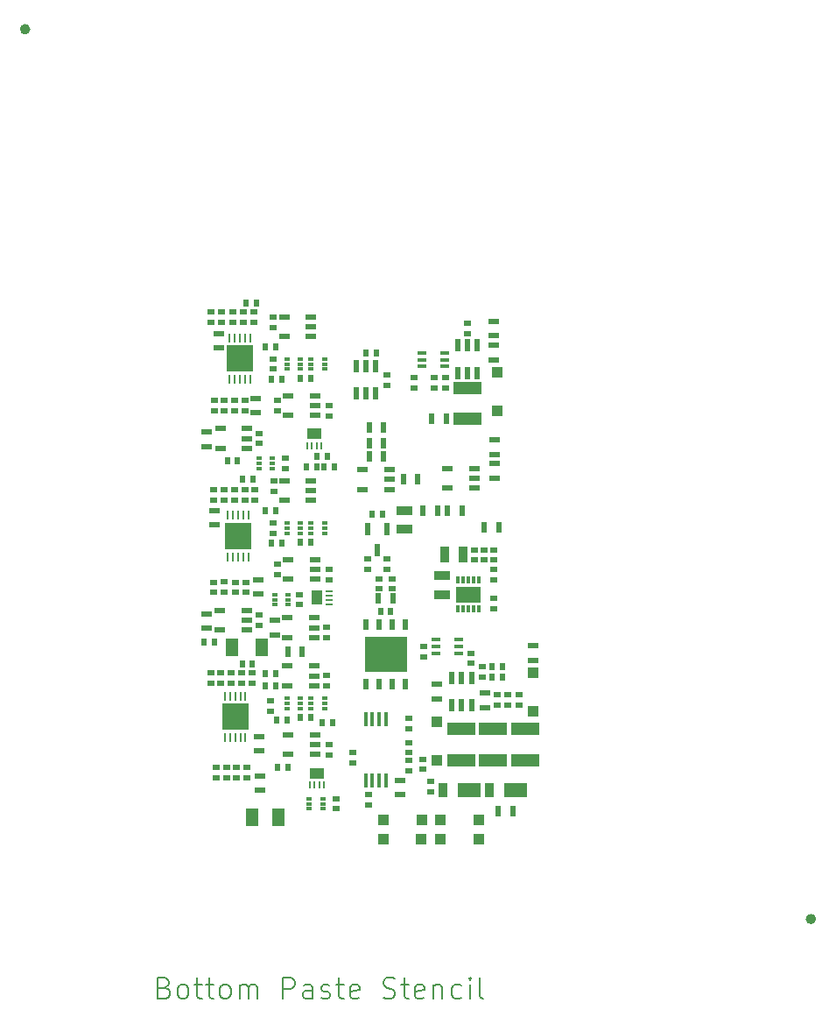
<source format=gbr>
%TF.GenerationSoftware,KiCad,Pcbnew,8.0.2*%
%TF.CreationDate,2024-10-13T20:58:57-05:00*%
%TF.ProjectId,PM1C_Rev_1_2,504d3143-5f52-4657-965f-315f322e6b69,1*%
%TF.SameCoordinates,PX297003ePY8770cd2*%
%TF.FileFunction,Paste,Bot*%
%TF.FilePolarity,Positive*%
%FSLAX46Y46*%
G04 Gerber Fmt 4.6, Leading zero omitted, Abs format (unit mm)*
G04 Created by KiCad (PCBNEW 8.0.2) date 2024-10-13 20:58:57*
%MOMM*%
%LPD*%
G01*
G04 APERTURE LIST*
%ADD10C,0.200000*%
%ADD11C,0.500000*%
%ADD12R,1.000000X0.600000*%
%ADD13R,0.750000X0.500000*%
%ADD14R,1.100000X1.100000*%
%ADD15R,0.600000X1.000000*%
%ADD16R,2.700000X1.150000*%
%ADD17R,1.550000X0.950000*%
%ADD18R,0.500000X0.750000*%
%ADD19R,0.500000X0.300000*%
%ADD20R,0.600000X1.250000*%
%ADD21R,1.200000X1.800000*%
%ADD22R,0.950000X1.550000*%
%ADD23R,0.250000X0.850000*%
%ADD24R,2.650000X2.650000*%
%ADD25R,0.600000X1.300000*%
%ADD26R,0.250000X0.700000*%
%ADD27R,1.350000X1.000000*%
%ADD28R,0.300000X0.675000*%
%ADD29R,2.400000X1.650000*%
%ADD30R,0.850000X0.350000*%
%ADD31R,2.200000X1.400000*%
%ADD32R,0.900000X1.400000*%
%ADD33R,1.270000X1.778000*%
%ADD34R,0.500000X1.100000*%
%ADD35R,4.100000X3.500000*%
%ADD36R,0.700000X0.250000*%
%ADD37R,1.000000X1.350000*%
%ADD38R,0.450000X1.450000*%
G04 APERTURE END LIST*
D10*
X17509035Y-2647519D02*
X17794749Y-2742757D01*
X17794749Y-2742757D02*
X17889987Y-2837995D01*
X17889987Y-2837995D02*
X17985225Y-3028471D01*
X17985225Y-3028471D02*
X17985225Y-3314185D01*
X17985225Y-3314185D02*
X17889987Y-3504661D01*
X17889987Y-3504661D02*
X17794749Y-3599900D01*
X17794749Y-3599900D02*
X17604273Y-3695138D01*
X17604273Y-3695138D02*
X16842368Y-3695138D01*
X16842368Y-3695138D02*
X16842368Y-1695138D01*
X16842368Y-1695138D02*
X17509035Y-1695138D01*
X17509035Y-1695138D02*
X17699511Y-1790376D01*
X17699511Y-1790376D02*
X17794749Y-1885614D01*
X17794749Y-1885614D02*
X17889987Y-2076090D01*
X17889987Y-2076090D02*
X17889987Y-2266566D01*
X17889987Y-2266566D02*
X17794749Y-2457042D01*
X17794749Y-2457042D02*
X17699511Y-2552280D01*
X17699511Y-2552280D02*
X17509035Y-2647519D01*
X17509035Y-2647519D02*
X16842368Y-2647519D01*
X19128082Y-3695138D02*
X18937606Y-3599900D01*
X18937606Y-3599900D02*
X18842368Y-3504661D01*
X18842368Y-3504661D02*
X18747130Y-3314185D01*
X18747130Y-3314185D02*
X18747130Y-2742757D01*
X18747130Y-2742757D02*
X18842368Y-2552280D01*
X18842368Y-2552280D02*
X18937606Y-2457042D01*
X18937606Y-2457042D02*
X19128082Y-2361804D01*
X19128082Y-2361804D02*
X19413797Y-2361804D01*
X19413797Y-2361804D02*
X19604273Y-2457042D01*
X19604273Y-2457042D02*
X19699511Y-2552280D01*
X19699511Y-2552280D02*
X19794749Y-2742757D01*
X19794749Y-2742757D02*
X19794749Y-3314185D01*
X19794749Y-3314185D02*
X19699511Y-3504661D01*
X19699511Y-3504661D02*
X19604273Y-3599900D01*
X19604273Y-3599900D02*
X19413797Y-3695138D01*
X19413797Y-3695138D02*
X19128082Y-3695138D01*
X20366178Y-2361804D02*
X21128082Y-2361804D01*
X20651892Y-1695138D02*
X20651892Y-3409423D01*
X20651892Y-3409423D02*
X20747130Y-3599900D01*
X20747130Y-3599900D02*
X20937606Y-3695138D01*
X20937606Y-3695138D02*
X21128082Y-3695138D01*
X21509035Y-2361804D02*
X22270939Y-2361804D01*
X21794749Y-1695138D02*
X21794749Y-3409423D01*
X21794749Y-3409423D02*
X21889987Y-3599900D01*
X21889987Y-3599900D02*
X22080463Y-3695138D01*
X22080463Y-3695138D02*
X22270939Y-3695138D01*
X23223320Y-3695138D02*
X23032844Y-3599900D01*
X23032844Y-3599900D02*
X22937606Y-3504661D01*
X22937606Y-3504661D02*
X22842368Y-3314185D01*
X22842368Y-3314185D02*
X22842368Y-2742757D01*
X22842368Y-2742757D02*
X22937606Y-2552280D01*
X22937606Y-2552280D02*
X23032844Y-2457042D01*
X23032844Y-2457042D02*
X23223320Y-2361804D01*
X23223320Y-2361804D02*
X23509035Y-2361804D01*
X23509035Y-2361804D02*
X23699511Y-2457042D01*
X23699511Y-2457042D02*
X23794749Y-2552280D01*
X23794749Y-2552280D02*
X23889987Y-2742757D01*
X23889987Y-2742757D02*
X23889987Y-3314185D01*
X23889987Y-3314185D02*
X23794749Y-3504661D01*
X23794749Y-3504661D02*
X23699511Y-3599900D01*
X23699511Y-3599900D02*
X23509035Y-3695138D01*
X23509035Y-3695138D02*
X23223320Y-3695138D01*
X24747130Y-3695138D02*
X24747130Y-2361804D01*
X24747130Y-2552280D02*
X24842368Y-2457042D01*
X24842368Y-2457042D02*
X25032844Y-2361804D01*
X25032844Y-2361804D02*
X25318559Y-2361804D01*
X25318559Y-2361804D02*
X25509035Y-2457042D01*
X25509035Y-2457042D02*
X25604273Y-2647519D01*
X25604273Y-2647519D02*
X25604273Y-3695138D01*
X25604273Y-2647519D02*
X25699511Y-2457042D01*
X25699511Y-2457042D02*
X25889987Y-2361804D01*
X25889987Y-2361804D02*
X26175701Y-2361804D01*
X26175701Y-2361804D02*
X26366178Y-2457042D01*
X26366178Y-2457042D02*
X26461416Y-2647519D01*
X26461416Y-2647519D02*
X26461416Y-3695138D01*
X28937607Y-3695138D02*
X28937607Y-1695138D01*
X28937607Y-1695138D02*
X29699512Y-1695138D01*
X29699512Y-1695138D02*
X29889988Y-1790376D01*
X29889988Y-1790376D02*
X29985226Y-1885614D01*
X29985226Y-1885614D02*
X30080464Y-2076090D01*
X30080464Y-2076090D02*
X30080464Y-2361804D01*
X30080464Y-2361804D02*
X29985226Y-2552280D01*
X29985226Y-2552280D02*
X29889988Y-2647519D01*
X29889988Y-2647519D02*
X29699512Y-2742757D01*
X29699512Y-2742757D02*
X28937607Y-2742757D01*
X31794750Y-3695138D02*
X31794750Y-2647519D01*
X31794750Y-2647519D02*
X31699512Y-2457042D01*
X31699512Y-2457042D02*
X31509036Y-2361804D01*
X31509036Y-2361804D02*
X31128083Y-2361804D01*
X31128083Y-2361804D02*
X30937607Y-2457042D01*
X31794750Y-3599900D02*
X31604274Y-3695138D01*
X31604274Y-3695138D02*
X31128083Y-3695138D01*
X31128083Y-3695138D02*
X30937607Y-3599900D01*
X30937607Y-3599900D02*
X30842369Y-3409423D01*
X30842369Y-3409423D02*
X30842369Y-3218947D01*
X30842369Y-3218947D02*
X30937607Y-3028471D01*
X30937607Y-3028471D02*
X31128083Y-2933233D01*
X31128083Y-2933233D02*
X31604274Y-2933233D01*
X31604274Y-2933233D02*
X31794750Y-2837995D01*
X32651893Y-3599900D02*
X32842369Y-3695138D01*
X32842369Y-3695138D02*
X33223321Y-3695138D01*
X33223321Y-3695138D02*
X33413798Y-3599900D01*
X33413798Y-3599900D02*
X33509036Y-3409423D01*
X33509036Y-3409423D02*
X33509036Y-3314185D01*
X33509036Y-3314185D02*
X33413798Y-3123709D01*
X33413798Y-3123709D02*
X33223321Y-3028471D01*
X33223321Y-3028471D02*
X32937607Y-3028471D01*
X32937607Y-3028471D02*
X32747131Y-2933233D01*
X32747131Y-2933233D02*
X32651893Y-2742757D01*
X32651893Y-2742757D02*
X32651893Y-2647519D01*
X32651893Y-2647519D02*
X32747131Y-2457042D01*
X32747131Y-2457042D02*
X32937607Y-2361804D01*
X32937607Y-2361804D02*
X33223321Y-2361804D01*
X33223321Y-2361804D02*
X33413798Y-2457042D01*
X34080465Y-2361804D02*
X34842369Y-2361804D01*
X34366179Y-1695138D02*
X34366179Y-3409423D01*
X34366179Y-3409423D02*
X34461417Y-3599900D01*
X34461417Y-3599900D02*
X34651893Y-3695138D01*
X34651893Y-3695138D02*
X34842369Y-3695138D01*
X36270941Y-3599900D02*
X36080465Y-3695138D01*
X36080465Y-3695138D02*
X35699512Y-3695138D01*
X35699512Y-3695138D02*
X35509036Y-3599900D01*
X35509036Y-3599900D02*
X35413798Y-3409423D01*
X35413798Y-3409423D02*
X35413798Y-2647519D01*
X35413798Y-2647519D02*
X35509036Y-2457042D01*
X35509036Y-2457042D02*
X35699512Y-2361804D01*
X35699512Y-2361804D02*
X36080465Y-2361804D01*
X36080465Y-2361804D02*
X36270941Y-2457042D01*
X36270941Y-2457042D02*
X36366179Y-2647519D01*
X36366179Y-2647519D02*
X36366179Y-2837995D01*
X36366179Y-2837995D02*
X35413798Y-3028471D01*
X38651894Y-3599900D02*
X38937608Y-3695138D01*
X38937608Y-3695138D02*
X39413799Y-3695138D01*
X39413799Y-3695138D02*
X39604275Y-3599900D01*
X39604275Y-3599900D02*
X39699513Y-3504661D01*
X39699513Y-3504661D02*
X39794751Y-3314185D01*
X39794751Y-3314185D02*
X39794751Y-3123709D01*
X39794751Y-3123709D02*
X39699513Y-2933233D01*
X39699513Y-2933233D02*
X39604275Y-2837995D01*
X39604275Y-2837995D02*
X39413799Y-2742757D01*
X39413799Y-2742757D02*
X39032846Y-2647519D01*
X39032846Y-2647519D02*
X38842370Y-2552280D01*
X38842370Y-2552280D02*
X38747132Y-2457042D01*
X38747132Y-2457042D02*
X38651894Y-2266566D01*
X38651894Y-2266566D02*
X38651894Y-2076090D01*
X38651894Y-2076090D02*
X38747132Y-1885614D01*
X38747132Y-1885614D02*
X38842370Y-1790376D01*
X38842370Y-1790376D02*
X39032846Y-1695138D01*
X39032846Y-1695138D02*
X39509037Y-1695138D01*
X39509037Y-1695138D02*
X39794751Y-1790376D01*
X40366180Y-2361804D02*
X41128084Y-2361804D01*
X40651894Y-1695138D02*
X40651894Y-3409423D01*
X40651894Y-3409423D02*
X40747132Y-3599900D01*
X40747132Y-3599900D02*
X40937608Y-3695138D01*
X40937608Y-3695138D02*
X41128084Y-3695138D01*
X42556656Y-3599900D02*
X42366180Y-3695138D01*
X42366180Y-3695138D02*
X41985227Y-3695138D01*
X41985227Y-3695138D02*
X41794751Y-3599900D01*
X41794751Y-3599900D02*
X41699513Y-3409423D01*
X41699513Y-3409423D02*
X41699513Y-2647519D01*
X41699513Y-2647519D02*
X41794751Y-2457042D01*
X41794751Y-2457042D02*
X41985227Y-2361804D01*
X41985227Y-2361804D02*
X42366180Y-2361804D01*
X42366180Y-2361804D02*
X42556656Y-2457042D01*
X42556656Y-2457042D02*
X42651894Y-2647519D01*
X42651894Y-2647519D02*
X42651894Y-2837995D01*
X42651894Y-2837995D02*
X41699513Y-3028471D01*
X43509037Y-2361804D02*
X43509037Y-3695138D01*
X43509037Y-2552280D02*
X43604275Y-2457042D01*
X43604275Y-2457042D02*
X43794751Y-2361804D01*
X43794751Y-2361804D02*
X44080466Y-2361804D01*
X44080466Y-2361804D02*
X44270942Y-2457042D01*
X44270942Y-2457042D02*
X44366180Y-2647519D01*
X44366180Y-2647519D02*
X44366180Y-3695138D01*
X46175704Y-3599900D02*
X45985228Y-3695138D01*
X45985228Y-3695138D02*
X45604275Y-3695138D01*
X45604275Y-3695138D02*
X45413799Y-3599900D01*
X45413799Y-3599900D02*
X45318561Y-3504661D01*
X45318561Y-3504661D02*
X45223323Y-3314185D01*
X45223323Y-3314185D02*
X45223323Y-2742757D01*
X45223323Y-2742757D02*
X45318561Y-2552280D01*
X45318561Y-2552280D02*
X45413799Y-2457042D01*
X45413799Y-2457042D02*
X45604275Y-2361804D01*
X45604275Y-2361804D02*
X45985228Y-2361804D01*
X45985228Y-2361804D02*
X46175704Y-2457042D01*
X47032847Y-3695138D02*
X47032847Y-2361804D01*
X47032847Y-1695138D02*
X46937609Y-1790376D01*
X46937609Y-1790376D02*
X47032847Y-1885614D01*
X47032847Y-1885614D02*
X47128085Y-1790376D01*
X47128085Y-1790376D02*
X47032847Y-1695138D01*
X47032847Y-1695138D02*
X47032847Y-1885614D01*
X48270942Y-3695138D02*
X48080466Y-3599900D01*
X48080466Y-3599900D02*
X47985228Y-3409423D01*
X47985228Y-3409423D02*
X47985228Y-1695138D01*
%TO.C,REF\u002A\u002A*%
D11*
X4249570Y89999794D02*
G75*
G02*
X3749570Y89999794I-250000J0D01*
G01*
X3749570Y89999794D02*
G75*
G02*
X4249570Y89999794I250000J0D01*
G01*
%TO.C,FID9*%
X80249600Y3991540D02*
G75*
G02*
X79749600Y3991540I-250000J0D01*
G01*
X79749600Y3991540D02*
G75*
G02*
X80249600Y3991540I250000J0D01*
G01*
%TD*%
D12*
%TO.C,C46*%
X48477200Y24415340D03*
X48477200Y25815340D03*
%TD*%
D13*
%TO.C,R91*%
X21952670Y27763424D03*
X21952670Y26763424D03*
%TD*%
D12*
%TO.C,R97*%
X26664570Y21634794D03*
X26664570Y20234794D03*
%TD*%
D14*
%TO.C,D10*%
X49702200Y53115350D03*
X49702200Y56815350D03*
%TD*%
D15*
%TO.C,R29*%
X49777200Y14400350D03*
X51177200Y14400350D03*
%TD*%
%TO.C,C52*%
X38677200Y49990350D03*
X37277200Y49990350D03*
%TD*%
D13*
%TO.C,C50*%
X49304200Y36765350D03*
X49304200Y37765350D03*
%TD*%
%TO.C,R107*%
X41127200Y22390350D03*
X41127200Y23390350D03*
%TD*%
D12*
%TO.C,C70*%
X26569570Y36779794D03*
X26569570Y35379794D03*
%TD*%
D13*
%TO.C,R9*%
X38252200Y35890350D03*
X38252200Y36890350D03*
%TD*%
%TO.C,C73*%
X24329570Y36549794D03*
X24329570Y35549794D03*
%TD*%
D16*
%TO.C,C42*%
X52402200Y22340340D03*
X52402200Y19340350D03*
%TD*%
D13*
%TO.C,R53*%
X26627200Y50940350D03*
X26627200Y49940350D03*
%TD*%
D12*
%TO.C,C60*%
X21584570Y51074794D03*
X21584570Y49674794D03*
%TD*%
D13*
%TO.C,R106*%
X41127200Y20065350D03*
X41127200Y21065350D03*
%TD*%
%TO.C,R59*%
X21984570Y62679794D03*
X21984570Y61679794D03*
%TD*%
D17*
%TO.C,C48*%
X44329200Y37165350D03*
X44329200Y35365350D03*
%TD*%
D18*
%TO.C,C45*%
X50164600Y28389710D03*
X49164600Y28389710D03*
%TD*%
D13*
%TO.C,C5*%
X39002200Y55565350D03*
X39002200Y56565350D03*
%TD*%
D15*
%TO.C,R39*%
X49827200Y41815350D03*
X48427200Y41815350D03*
%TD*%
D12*
%TO.C,U33*%
X31656480Y46344550D03*
X31656480Y45394550D03*
X31656480Y44444550D03*
X29056480Y44444550D03*
X29056480Y46344550D03*
%TD*%
D19*
%TO.C,U23*%
X27902200Y48565350D03*
X27902200Y48065350D03*
X27902200Y47565350D03*
X26602200Y47565350D03*
X26602200Y48065350D03*
X26602200Y48565350D03*
%TD*%
D15*
%TO.C,R50*%
X44727200Y52315350D03*
X43327200Y52315350D03*
%TD*%
D13*
%TO.C,C58*%
X46777200Y60565350D03*
X46777200Y61565350D03*
%TD*%
%TO.C,R113*%
X43227200Y17290350D03*
X43227200Y16290350D03*
%TD*%
D12*
%TO.C,R67*%
X22719570Y59179794D03*
X22719570Y60579794D03*
%TD*%
D13*
%TO.C,R80*%
X27977200Y42288350D03*
X27977200Y41288350D03*
%TD*%
%TO.C,C83*%
X25950690Y26763394D03*
X25950690Y27763394D03*
%TD*%
D20*
%TO.C,U1*%
X37927200Y54765340D03*
X36977200Y54765340D03*
X36027200Y54765340D03*
X36027200Y57415340D03*
X36977200Y57415340D03*
X37927200Y57415340D03*
%TD*%
D13*
%TO.C,C71*%
X28034570Y45344794D03*
X28034570Y46344794D03*
%TD*%
D12*
%TO.C,U30*%
X25464570Y33813230D03*
X25464570Y32863230D03*
X25464570Y31913230D03*
X22864570Y31913230D03*
X22864570Y33813230D03*
%TD*%
D15*
%TO.C,R11*%
X39577210Y34957030D03*
X38177210Y34957030D03*
%TD*%
D13*
%TO.C,R60*%
X33377200Y52640600D03*
X33377200Y53640600D03*
%TD*%
D18*
%TO.C,C3*%
X38377210Y33757030D03*
X39377210Y33757030D03*
%TD*%
D12*
%TO.C,C61*%
X26327300Y54340600D03*
X26327300Y52940600D03*
%TD*%
D21*
%TO.C,F1*%
X24052200Y30215350D03*
X26852200Y30215350D03*
%TD*%
D13*
%TO.C,R70*%
X26627200Y33363350D03*
X26627200Y32363350D03*
%TD*%
%TO.C,R35*%
X49627200Y24640350D03*
X49627200Y25640350D03*
%TD*%
%TO.C,R74*%
X30552200Y34365350D03*
X30552200Y35365350D03*
%TD*%
%TO.C,C62*%
X27977200Y61190350D03*
X27977200Y62190350D03*
%TD*%
D16*
%TO.C,C56*%
X46777200Y52315360D03*
X46777200Y55315350D03*
%TD*%
D13*
%TO.C,R12*%
X39527200Y36890350D03*
X39527200Y35890350D03*
%TD*%
%TO.C,R79*%
X25389570Y35559794D03*
X25389570Y36559794D03*
%TD*%
%TO.C,R52*%
X41650390Y56340350D03*
X41650390Y55340350D03*
%TD*%
%TO.C,R95*%
X27750000Y25070000D03*
X27750000Y24070000D03*
%TD*%
D16*
%TO.C,C41*%
X46202200Y22365340D03*
X46202200Y19365350D03*
%TD*%
D18*
%TO.C,R88*%
X32719570Y22994794D03*
X33719570Y22994794D03*
%TD*%
D14*
%TO.C,D6*%
X43852200Y23065340D03*
X43852200Y19365340D03*
%TD*%
D22*
%TO.C,C47*%
X46379200Y39215350D03*
X44579200Y39215350D03*
%TD*%
D12*
%TO.C,R31*%
X53152200Y30390350D03*
X53152200Y28990350D03*
%TD*%
D23*
%TO.C,U44*%
X25317220Y21524794D03*
X24817220Y21524794D03*
X24317220Y21524794D03*
X23817220Y21524794D03*
X23317220Y21524794D03*
X23317220Y25524794D03*
X23817220Y25524794D03*
X24317220Y25524794D03*
X24817220Y25524794D03*
X25317220Y25524794D03*
D24*
X24317220Y23524794D03*
%TD*%
D19*
%TO.C,U24*%
X32963280Y58140350D03*
X32963280Y57640350D03*
X32963280Y57140350D03*
X31663280Y57140350D03*
X31663280Y57640350D03*
X31663280Y58140350D03*
%TD*%
D13*
%TO.C,R41*%
X49304200Y38690350D03*
X49304200Y39690350D03*
%TD*%
D18*
%TO.C,C67*%
X26349570Y63514794D03*
X25349570Y63514794D03*
%TD*%
%TO.C,R87*%
X31652200Y23465350D03*
X30652200Y23465350D03*
%TD*%
%TO.C,R34*%
X50164600Y27364700D03*
X49164600Y27364700D03*
%TD*%
D25*
%TO.C,U2*%
X37127200Y41655350D03*
X39027200Y41655350D03*
X38077200Y39625350D03*
%TD*%
D13*
%TO.C,R30*%
X51752200Y25640340D03*
X51752200Y24640340D03*
%TD*%
D26*
%TO.C,U27*%
X32652200Y49727000D03*
X32202200Y49727000D03*
X31752200Y49727000D03*
X31302200Y49727000D03*
D27*
X31977200Y50877000D03*
%TD*%
D18*
%TO.C,C66*%
X32202200Y48727920D03*
X33202200Y48727920D03*
%TD*%
D13*
%TO.C,R56*%
X28377200Y53140350D03*
X28377200Y54140350D03*
%TD*%
D14*
%TO.C,D9*%
X47852200Y13600350D03*
X44152200Y13600350D03*
%TD*%
D23*
%TO.C,U36*%
X25625350Y39004794D03*
X25125350Y39004794D03*
X24625350Y39004794D03*
X24125350Y39004794D03*
X23625350Y39004794D03*
X23625350Y43004794D03*
X24125350Y43004794D03*
X24625350Y43004794D03*
X25125350Y43004794D03*
X25625350Y43004794D03*
D24*
X24625350Y41004794D03*
%TD*%
D13*
%TO.C,C102*%
X42544600Y29339700D03*
X42544600Y30339700D03*
%TD*%
D18*
%TO.C,R90*%
X27227200Y26536350D03*
X28227200Y26536350D03*
%TD*%
D12*
%TO.C,U25*%
X31656480Y62196550D03*
X31656480Y61246550D03*
X31656480Y60296550D03*
X29056480Y60296550D03*
X29056480Y62196550D03*
%TD*%
D28*
%TO.C,U16*%
X47883200Y33965350D03*
X47383200Y33965350D03*
X46883200Y33965350D03*
X46383200Y33965350D03*
X45883200Y33965350D03*
X45883200Y36765350D03*
X46383200Y36765350D03*
X46883200Y36765350D03*
X47383200Y36765350D03*
X47883200Y36765350D03*
D29*
X46883200Y35365350D03*
%TD*%
D13*
%TO.C,R92*%
X33377200Y19861600D03*
X33377200Y20861600D03*
%TD*%
D15*
%TO.C,C51*%
X37277200Y48727920D03*
X38677200Y48727920D03*
%TD*%
D13*
%TO.C,R68*%
X24079570Y61679794D03*
X24079570Y62679794D03*
%TD*%
D12*
%TO.C,C78*%
X26739570Y17814794D03*
X26739570Y16414794D03*
%TD*%
D13*
%TO.C,R43*%
X49329200Y33965350D03*
X49329200Y34965350D03*
%TD*%
D12*
%TO.C,R82*%
X22284570Y42079794D03*
X22284570Y43479794D03*
%TD*%
D18*
%TO.C,R72*%
X31652200Y40390350D03*
X30652200Y40390350D03*
%TD*%
D13*
%TO.C,R83*%
X24250350Y44454794D03*
X24250350Y45454794D03*
%TD*%
%TO.C,R33*%
X50702200Y25640340D03*
X50702200Y24640340D03*
%TD*%
%TO.C,R115*%
X42427200Y18450350D03*
X42427200Y19450350D03*
%TD*%
%TO.C,R98*%
X23950570Y26763294D03*
X23950570Y27763294D03*
%TD*%
D14*
%TO.C,D7*%
X38652200Y13600350D03*
X42352200Y13600350D03*
%TD*%
D12*
%TO.C,R38*%
X28177200Y31475350D03*
X28177200Y32875350D03*
%TD*%
%TO.C,U26*%
X32070490Y54590350D03*
X32070490Y53640350D03*
X32070490Y52690350D03*
X29470490Y52690350D03*
X29470490Y54590350D03*
%TD*%
D18*
%TO.C,R71*%
X22324570Y30799794D03*
X21324570Y30799794D03*
%TD*%
D13*
%TO.C,R62*%
X25277410Y53140600D03*
X25277410Y54140600D03*
%TD*%
%TO.C,C57*%
X44652200Y55340350D03*
X44652200Y56340350D03*
%TD*%
%TO.C,C6*%
X37252200Y16019560D03*
X37252200Y15019560D03*
%TD*%
%TO.C,C65*%
X23277410Y54140600D03*
X23277410Y53140600D03*
%TD*%
D12*
%TO.C,U18*%
X39249600Y47434700D03*
X39249600Y46484700D03*
X39249600Y45534700D03*
X36649600Y45534700D03*
X36649600Y47434700D03*
%TD*%
%TO.C,C54*%
X49402200Y48012140D03*
X49402200Y46612140D03*
%TD*%
D30*
%TO.C,U51*%
X43734600Y29689700D03*
X43734600Y30339700D03*
X43734600Y30989700D03*
X45934600Y30989700D03*
X45934600Y30339650D03*
X45934600Y29689700D03*
%TD*%
D13*
%TO.C,R108*%
X33177320Y27565350D03*
X33177320Y26565350D03*
%TD*%
D12*
%TO.C,R13*%
X40277200Y17390350D03*
X40277200Y15990350D03*
%TD*%
D13*
%TO.C,C2*%
X39027200Y38815350D03*
X39027200Y37815350D03*
%TD*%
D31*
%TO.C,D5*%
X51439700Y16465350D03*
D32*
X48889700Y16465350D03*
%TD*%
D12*
%TO.C,C43*%
X43852200Y26690350D03*
X43852200Y25290350D03*
%TD*%
D26*
%TO.C,U43*%
X32902200Y16948000D03*
X32452200Y16948000D03*
X32002200Y16948000D03*
X31552200Y16948000D03*
D27*
X32227200Y18098000D03*
%TD*%
D19*
%TO.C,U31*%
X29460980Y35365340D03*
X29460980Y34865340D03*
X29460980Y34365340D03*
X28160980Y34365340D03*
X28160980Y34865340D03*
X28160980Y35365340D03*
%TD*%
D15*
%TO.C,C49*%
X29402200Y29800350D03*
X30802200Y29800350D03*
%TD*%
D13*
%TO.C,R40*%
X47454200Y39690350D03*
X47454200Y38690350D03*
%TD*%
D15*
%TO.C,R45*%
X41977200Y46490350D03*
X40577200Y46490350D03*
%TD*%
D18*
%TO.C,R58*%
X27227200Y59315350D03*
X28227200Y59315350D03*
%TD*%
%TO.C,R66*%
X32202200Y47690350D03*
X31202200Y47690350D03*
%TD*%
D13*
%TO.C,R1*%
X48219600Y27364700D03*
X48219600Y28364700D03*
%TD*%
%TO.C,C64*%
X24277410Y54140600D03*
X24277410Y53140600D03*
%TD*%
%TO.C,C4*%
X37127200Y38815350D03*
X37127200Y37815350D03*
%TD*%
%TO.C,R65*%
X26149570Y61699794D03*
X26149570Y62699794D03*
%TD*%
D18*
%TO.C,R75*%
X27227200Y43463350D03*
X28227200Y43463350D03*
%TD*%
D19*
%TO.C,U32*%
X32963280Y42288350D03*
X32963280Y41788350D03*
X32963280Y41288350D03*
X31663280Y41288350D03*
X31663280Y41788350D03*
X31663280Y42288350D03*
%TD*%
D17*
%TO.C,R104*%
X40652200Y43465350D03*
X40652200Y41665350D03*
%TD*%
D13*
%TO.C,C74*%
X23277410Y36563600D03*
X23277410Y35563600D03*
%TD*%
D12*
%TO.C,U17*%
X31977200Y33090350D03*
X31977200Y32140350D03*
X31977200Y31190350D03*
X29377200Y31190350D03*
X29377200Y33090350D03*
%TD*%
%TO.C,R47*%
X49402200Y50287140D03*
X49402200Y48887140D03*
%TD*%
D13*
%TO.C,C76*%
X25250350Y45456794D03*
X25250350Y44456794D03*
%TD*%
D18*
%TO.C,R10*%
X38577200Y43090350D03*
X37577200Y43090350D03*
%TD*%
D15*
%TO.C,C53*%
X44877200Y43487140D03*
X46277200Y43487140D03*
%TD*%
D20*
%TO.C,U15*%
X45277200Y27290350D03*
X46227200Y27290350D03*
X47177200Y27290350D03*
X47177200Y24640350D03*
X46227200Y24640350D03*
X45277200Y24640350D03*
%TD*%
D13*
%TO.C,R51*%
X43577200Y55340350D03*
X43577200Y56340350D03*
%TD*%
D15*
%TO.C,R46*%
X38677200Y51465350D03*
X37277200Y51465350D03*
%TD*%
D18*
%TO.C,C79*%
X28227200Y27715350D03*
X27227200Y27715350D03*
%TD*%
D16*
%TO.C,C40*%
X49256200Y22365340D03*
X49256200Y19365350D03*
%TD*%
D31*
%TO.C,D8*%
X46952200Y16465350D03*
D32*
X44402200Y16465350D03*
%TD*%
D12*
%TO.C,U41*%
X31981480Y28442550D03*
X31981480Y27492550D03*
X31981480Y26542550D03*
X29381480Y26542550D03*
X29381480Y28442550D03*
%TD*%
D33*
%TO.C,NF2*%
X28481561Y13813707D03*
%TD*%
D12*
%TO.C,C69*%
X21584570Y33494794D03*
X21584570Y32094794D03*
%TD*%
D18*
%TO.C,R55*%
X31652200Y56215350D03*
X30652200Y56215350D03*
%TD*%
D20*
%TO.C,U20*%
X47727200Y56790350D03*
X46777200Y56790350D03*
X45827200Y56790350D03*
X45827200Y59440350D03*
X46777200Y59440350D03*
X47727200Y59440350D03*
%TD*%
D13*
%TO.C,R93*%
X22504570Y17634794D03*
X22504570Y18634794D03*
%TD*%
D33*
%TO.C,NF1*%
X25956344Y13800486D03*
%TD*%
D14*
%TO.C,D4*%
X53152200Y24090340D03*
X53152200Y27790340D03*
%TD*%
D19*
%TO.C,U45*%
X29352200Y24336350D03*
X29352200Y24836350D03*
X29352200Y25336350D03*
X30652200Y25336350D03*
X30652200Y24836350D03*
X30652200Y24336350D03*
%TD*%
D13*
%TO.C,C63*%
X23034570Y61679794D03*
X23034570Y62679794D03*
%TD*%
D19*
%TO.C,U37*%
X29327200Y41288350D03*
X29327200Y41788350D03*
X29327200Y42288350D03*
X30627200Y42288350D03*
X30627200Y41788350D03*
X30627200Y41288350D03*
%TD*%
%TO.C,U40*%
X32963280Y25361350D03*
X32963280Y24861350D03*
X32963280Y24361350D03*
X31663280Y24361350D03*
X31663280Y24861350D03*
X31663280Y25361350D03*
%TD*%
D13*
%TO.C,C84*%
X24950570Y27763294D03*
X24950570Y26763294D03*
%TD*%
%TO.C,C72*%
X23250350Y44454924D03*
X23250350Y45454924D03*
%TD*%
D12*
%TO.C,U34*%
X32070490Y38738350D03*
X32070490Y37788350D03*
X32070490Y36838350D03*
X29470490Y36838350D03*
X29470490Y38738350D03*
%TD*%
D18*
%TO.C,R64*%
X33927200Y47665350D03*
X32927200Y47665350D03*
%TD*%
%TO.C,R99*%
X28352200Y23215350D03*
X29352200Y23215350D03*
%TD*%
D13*
%TO.C,R89*%
X34077200Y14640350D03*
X34077200Y15640350D03*
%TD*%
D34*
%TO.C,U3*%
X40782210Y26662030D03*
X39512210Y26662030D03*
X38242210Y26662030D03*
X36972210Y26662030D03*
X36972210Y32472030D03*
X38242210Y32472030D03*
X39512210Y32472030D03*
X40782210Y32472030D03*
D35*
X38877210Y29567030D03*
%TD*%
D12*
%TO.C,U19*%
X47477200Y47562140D03*
X47477200Y46612140D03*
X47477200Y45662140D03*
X44877200Y45662140D03*
X44877200Y47562140D03*
%TD*%
D18*
%TO.C,C1*%
X36952200Y58715350D03*
X37952200Y58715350D03*
%TD*%
D36*
%TO.C,U35*%
X33377200Y35713230D03*
X33377200Y35263230D03*
X33377200Y34813230D03*
X33377200Y34363230D03*
D37*
X32227200Y35038230D03*
%TD*%
D19*
%TO.C,U29*%
X29327200Y57140350D03*
X29327200Y57640350D03*
X29327200Y58140350D03*
X30627200Y58140350D03*
X30627200Y57640350D03*
X30627200Y57140350D03*
%TD*%
D13*
%TO.C,R117*%
X35677200Y20065350D03*
X35677200Y19065350D03*
%TD*%
%TO.C,R44*%
X33177200Y31207030D03*
X33177200Y32207030D03*
%TD*%
D12*
%TO.C,R49*%
X49302200Y61765350D03*
X49302200Y60365350D03*
%TD*%
D13*
%TO.C,R94*%
X25464570Y17629794D03*
X25464570Y18629794D03*
%TD*%
%TO.C,R76*%
X22252450Y45454924D03*
X22252450Y44454924D03*
%TD*%
D18*
%TO.C,R81*%
X26057720Y46481238D03*
X25057720Y46481238D03*
%TD*%
D12*
%TO.C,U42*%
X32070490Y21811350D03*
X32070490Y20861350D03*
X32070490Y19911350D03*
X29470490Y19911350D03*
X29470490Y21811350D03*
%TD*%
D13*
%TO.C,R78*%
X22224570Y35559794D03*
X22224570Y36559794D03*
%TD*%
D30*
%TO.C,U21*%
X44569600Y58699700D03*
X44569600Y58049700D03*
X44569600Y57399700D03*
X42369600Y57399700D03*
X42369600Y58049750D03*
X42369600Y58699700D03*
%TD*%
D18*
%TO.C,R96*%
X25999570Y28614794D03*
X24999570Y28614794D03*
%TD*%
D13*
%TO.C,R73*%
X28377200Y37290350D03*
X28377200Y38290350D03*
%TD*%
D19*
%TO.C,U39*%
X32777200Y15636350D03*
X32777200Y15136350D03*
X32777200Y14636350D03*
X31477200Y14636350D03*
X31477200Y15136350D03*
X31477200Y15636350D03*
%TD*%
D13*
%TO.C,R42*%
X48379200Y38690350D03*
X48379200Y39690350D03*
%TD*%
%TO.C,C82*%
X23484570Y18629794D03*
X23484570Y17629794D03*
%TD*%
%TO.C,R116*%
X41127200Y18290350D03*
X41127200Y19290350D03*
%TD*%
D15*
%TO.C,R48*%
X43877200Y43465350D03*
X42477200Y43465350D03*
%TD*%
D13*
%TO.C,R57*%
X29181490Y47565350D03*
X29181490Y48565350D03*
%TD*%
%TO.C,R36*%
X47134600Y29689700D03*
X47134600Y28689700D03*
%TD*%
D23*
%TO.C,U28*%
X25760350Y56169794D03*
X25260350Y56169794D03*
X24760350Y56169794D03*
X24260350Y56169794D03*
X23760350Y56169794D03*
X23760350Y60169794D03*
X24260350Y60169794D03*
X24760350Y60169794D03*
X25260350Y60169794D03*
X25760350Y60169794D03*
D24*
X24760350Y58169794D03*
%TD*%
D13*
%TO.C,C80*%
X22950570Y26763424D03*
X22950570Y27763424D03*
%TD*%
D12*
%TO.C,U22*%
X25469570Y51394794D03*
X25469570Y50444794D03*
X25469570Y49494794D03*
X22869570Y49494794D03*
X22869570Y51394794D03*
%TD*%
%TO.C,C55*%
X49302200Y59440350D03*
X49302200Y58040350D03*
%TD*%
D13*
%TO.C,R61*%
X22277290Y53140600D03*
X22277290Y54140600D03*
%TD*%
%TO.C,R63*%
X27977200Y58140350D03*
X27977200Y57140350D03*
%TD*%
%TO.C,C75*%
X26219570Y44464794D03*
X26219570Y45464794D03*
%TD*%
D14*
%TO.C,D1*%
X42327200Y11700350D03*
X38627200Y11700350D03*
%TD*%
D18*
%TO.C,R110*%
X28419570Y18694794D03*
X29419570Y18694794D03*
%TD*%
D13*
%TO.C,C81*%
X24454570Y18629794D03*
X24454570Y17629794D03*
%TD*%
D18*
%TO.C,R84*%
X28852200Y40288350D03*
X27852200Y40288350D03*
%TD*%
D14*
%TO.C,D3*%
X44152200Y11700350D03*
X47852200Y11700350D03*
%TD*%
D18*
%TO.C,R54*%
X24552200Y48290350D03*
X23552200Y48290350D03*
%TD*%
D38*
%TO.C,U4*%
X36927200Y23294560D03*
X37577200Y23294560D03*
X38227200Y23294560D03*
X38877200Y23294560D03*
X38877200Y17394560D03*
X38227200Y17394560D03*
X37577200Y17394560D03*
X36927200Y17394560D03*
%TD*%
D18*
%TO.C,R69*%
X28838630Y56140350D03*
X27838630Y56140350D03*
%TD*%
D13*
%TO.C,R77*%
X33377200Y36788600D03*
X33377200Y37788600D03*
%TD*%
%TO.C,C68*%
X25119570Y62679794D03*
X25119570Y61679794D03*
%TD*%
M02*

</source>
